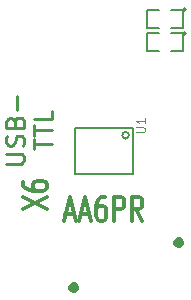
<source format=gto>
G04 (created by PCBNEW (2013-04-19 BZR 4011)-stable) date 16/10/2013 10:05:19*
%MOIN*%
G04 Gerber Fmt 3.4, Leading zero omitted, Abs format*
%FSLAX34Y34*%
G01*
G70*
G90*
G04 APERTURE LIST*
%ADD10C,2.3622e-006*%
%ADD11C,0.025*%
%ADD12C,0.012*%
%ADD13C,0.01*%
%ADD14C,0.005*%
%ADD15C,0.0039*%
G04 APERTURE END LIST*
G54D10*
G54D11*
X64500Y-43209D02*
X64452Y-43257D01*
X64500Y-43304D01*
X64547Y-43257D01*
X64500Y-43209D01*
X64500Y-43304D01*
X61000Y-44709D02*
X60952Y-44757D01*
X61000Y-44804D01*
X61047Y-44757D01*
X61000Y-44709D01*
X61000Y-44804D01*
G54D12*
X60714Y-42295D02*
X61000Y-42295D01*
X60657Y-42523D02*
X60857Y-41723D01*
X61057Y-42523D01*
X61228Y-42295D02*
X61514Y-42295D01*
X61171Y-42523D02*
X61371Y-41723D01*
X61571Y-42523D01*
X62028Y-41723D02*
X61914Y-41723D01*
X61857Y-41761D01*
X61828Y-41800D01*
X61771Y-41914D01*
X61742Y-42066D01*
X61742Y-42371D01*
X61771Y-42447D01*
X61800Y-42485D01*
X61857Y-42523D01*
X61971Y-42523D01*
X62028Y-42485D01*
X62057Y-42447D01*
X62085Y-42371D01*
X62085Y-42180D01*
X62057Y-42104D01*
X62028Y-42066D01*
X61971Y-42028D01*
X61857Y-42028D01*
X61800Y-42066D01*
X61771Y-42104D01*
X61742Y-42180D01*
X62342Y-42523D02*
X62342Y-41723D01*
X62571Y-41723D01*
X62628Y-41761D01*
X62657Y-41800D01*
X62685Y-41876D01*
X62685Y-41990D01*
X62657Y-42066D01*
X62628Y-42104D01*
X62571Y-42142D01*
X62342Y-42142D01*
X63285Y-42523D02*
X63085Y-42142D01*
X62942Y-42523D02*
X62942Y-41723D01*
X63171Y-41723D01*
X63228Y-41761D01*
X63257Y-41800D01*
X63285Y-41876D01*
X63285Y-41990D01*
X63257Y-42066D01*
X63228Y-42104D01*
X63171Y-42142D01*
X62942Y-42142D01*
G54D13*
X58742Y-40628D02*
X59228Y-40628D01*
X59285Y-40599D01*
X59314Y-40571D01*
X59342Y-40514D01*
X59342Y-40399D01*
X59314Y-40342D01*
X59285Y-40314D01*
X59228Y-40285D01*
X58742Y-40285D01*
X59314Y-40028D02*
X59342Y-39942D01*
X59342Y-39800D01*
X59314Y-39742D01*
X59285Y-39714D01*
X59228Y-39685D01*
X59171Y-39685D01*
X59114Y-39714D01*
X59085Y-39742D01*
X59057Y-39800D01*
X59028Y-39914D01*
X59000Y-39971D01*
X58971Y-40000D01*
X58914Y-40028D01*
X58857Y-40028D01*
X58800Y-40000D01*
X58771Y-39971D01*
X58742Y-39914D01*
X58742Y-39771D01*
X58771Y-39685D01*
X59028Y-39228D02*
X59057Y-39142D01*
X59085Y-39114D01*
X59142Y-39085D01*
X59228Y-39085D01*
X59285Y-39114D01*
X59314Y-39142D01*
X59342Y-39199D01*
X59342Y-39428D01*
X58742Y-39428D01*
X58742Y-39228D01*
X58771Y-39171D01*
X58800Y-39142D01*
X58857Y-39114D01*
X58914Y-39114D01*
X58971Y-39142D01*
X59000Y-39171D01*
X59028Y-39228D01*
X59028Y-39428D01*
X59114Y-38828D02*
X59114Y-38371D01*
X59682Y-40142D02*
X59682Y-39800D01*
X60282Y-39971D02*
X59682Y-39971D01*
X59682Y-39685D02*
X59682Y-39342D01*
X60282Y-39514D02*
X59682Y-39514D01*
X60282Y-38857D02*
X60282Y-39142D01*
X59682Y-39142D01*
G54D12*
X59323Y-42135D02*
X60123Y-41735D01*
X59323Y-41735D02*
X60123Y-42135D01*
X59323Y-41250D02*
X59323Y-41364D01*
X59361Y-41421D01*
X59400Y-41450D01*
X59514Y-41507D01*
X59666Y-41535D01*
X59971Y-41535D01*
X60047Y-41507D01*
X60085Y-41478D01*
X60123Y-41421D01*
X60123Y-41307D01*
X60085Y-41250D01*
X60047Y-41221D01*
X59971Y-41192D01*
X59780Y-41192D01*
X59704Y-41221D01*
X59666Y-41250D01*
X59628Y-41307D01*
X59628Y-41421D01*
X59666Y-41478D01*
X59704Y-41507D01*
X59780Y-41535D01*
G54D14*
X64740Y-36270D02*
G75*
G03X64740Y-36270I-50J0D01*
G74*
G01*
X64240Y-36270D02*
X64640Y-36270D01*
X64640Y-36270D02*
X64640Y-36870D01*
X64640Y-36870D02*
X64240Y-36870D01*
X63840Y-36870D02*
X63440Y-36870D01*
X63440Y-36870D02*
X63440Y-36270D01*
X63440Y-36270D02*
X63840Y-36270D01*
X64730Y-35490D02*
G75*
G03X64730Y-35490I-50J0D01*
G74*
G01*
X64230Y-35490D02*
X64630Y-35490D01*
X64630Y-35490D02*
X64630Y-36090D01*
X64630Y-36090D02*
X64230Y-36090D01*
X63830Y-36090D02*
X63430Y-36090D01*
X63430Y-36090D02*
X63430Y-35490D01*
X63430Y-35490D02*
X63830Y-35490D01*
X62975Y-39425D02*
X61025Y-39425D01*
X61025Y-39425D02*
X61025Y-40975D01*
X61025Y-40975D02*
X62975Y-40975D01*
X62975Y-40975D02*
X62975Y-39425D01*
X62836Y-39675D02*
G75*
G03X62836Y-39675I-111J0D01*
G74*
G01*
G54D15*
X63071Y-39578D02*
X63314Y-39578D01*
X63342Y-39564D01*
X63357Y-39550D01*
X63371Y-39521D01*
X63371Y-39464D01*
X63357Y-39435D01*
X63342Y-39421D01*
X63314Y-39407D01*
X63071Y-39407D01*
X63371Y-39107D02*
X63371Y-39278D01*
X63371Y-39192D02*
X63071Y-39192D01*
X63114Y-39221D01*
X63142Y-39250D01*
X63157Y-39278D01*
M02*

</source>
